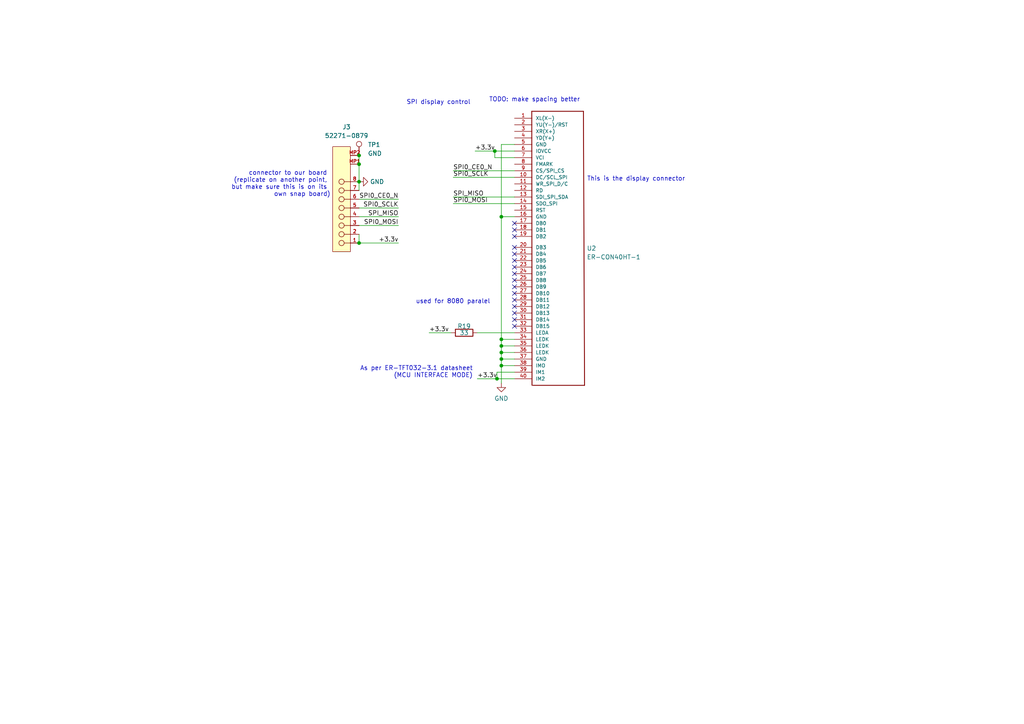
<source format=kicad_sch>
(kicad_sch (version 20210621) (generator eeschema)
  (paper "A4")
  (title_block (title "Display connector board (not part of mainboard)") (rev "indev") (comment 1 "https://github.com/cinnamondev/gamepithing"))
  (lib_symbols
    (symbol "CON40:ER-CON40HT-1" (pin_names (offset 1.016))
      (property "Reference" "U" (at 8.001 2.9972 0))
      (property "Value" "ER-CON40HT-1" (at 5.08 -80.01 0))
      (symbol "ER-CON40HT-1_0_0"
        (polyline (pts (xy 5.0038 2.0066) (xy 19.9898 2.0066)) (stroke (width 0.254)))
        (polyline (pts (xy 5.08 -77.47) (xy 5.0038 2.0066)) (stroke (width 0.254)))
        (polyline (pts (xy 19.9898 2.0066) (xy 20.32 -77.47)) (stroke (width 0.254)))
        (polyline (pts (xy 20.32 -77.47) (xy 5.334 -77.47)) (stroke (width 0.254)))
        (pin bidirectional line (at 0 0 0) (length 5.08) (name "XL(X-)") (number "1"))
        (pin bidirectional line (at 0 -17.145 0) (length 5.08) (name "DC/SCL_SPI") (number "10"))
        (pin bidirectional line (at 0 -19.05 0) (length 5.08) (name "WR_SPI_D/C") (number "11"))
        (pin bidirectional line (at 0 -20.955 0) (length 5.08) (name "RD") (number "12"))
        (pin bidirectional line (at 0 -22.86 0) (length 5.08) (name "SDI_SPI_SDA") (number "13"))
        (pin bidirectional line (at 0 -24.765 0) (length 5.08) (name "SDO_SPI") (number "14"))
        (pin bidirectional line (at 0 -26.67 0) (length 5.08) (name "RST") (number "15"))
        (pin bidirectional line (at 0 -28.575 0) (length 5.08) (name "GND") (number "16"))
        (pin bidirectional line (at 0 -30.48 0) (length 5.08) (name "DB0") (number "17"))
        (pin bidirectional line (at 0 -32.385 0) (length 5.08) (name "DB1") (number "18"))
        (pin bidirectional line (at 0 -34.29 0) (length 5.08) (name "DB2") (number "19"))
        (pin bidirectional line (at 0 -1.905 0) (length 5.08) (name "YU(Y-)/RST") (number "2"))
        (pin bidirectional line (at 0 -37.465 0) (length 5.08) (name "DB3") (number "20"))
        (pin bidirectional line (at 0 -39.37 0) (length 5.08) (name "DB4") (number "21"))
        (pin bidirectional line (at 0 -41.275 0) (length 5.08) (name "DB5") (number "22"))
        (pin bidirectional line (at 0 -43.18 0) (length 5.08) (name "DB6") (number "23"))
        (pin bidirectional line (at 0 -45.085 0) (length 5.08) (name "DB7") (number "24"))
        (pin bidirectional line (at 0 -46.99 0) (length 5.08) (name "DB8") (number "25"))
        (pin bidirectional line (at 0 -48.895 0) (length 5.08) (name "DB9") (number "26"))
        (pin bidirectional line (at 0 -50.8 0) (length 5.08) (name "DB10") (number "27"))
        (pin bidirectional line (at 0 -52.705 0) (length 5.08) (name "DB11") (number "28"))
        (pin bidirectional line (at 0 -54.61 0) (length 5.08) (name "DB12") (number "29"))
        (pin bidirectional line (at 0 -3.81 0) (length 5.08) (name "XR(X+)") (number "3"))
        (pin bidirectional line (at 0 -56.515 0) (length 5.08) (name "DB13") (number "30"))
        (pin bidirectional line (at 0 -58.42 0) (length 5.08) (name "DB14") (number "31"))
        (pin bidirectional line (at 0 -60.325 0) (length 5.08) (name "DB15") (number "32"))
        (pin bidirectional line (at 0 -62.23 0) (length 5.08) (name "LEDA") (number "33"))
        (pin bidirectional line (at 0 -64.135 0) (length 5.08) (name "LEDK") (number "34"))
        (pin bidirectional line (at 0 -66.04 0) (length 5.08) (name "LEDK") (number "35"))
        (pin bidirectional line (at 0 -67.945 0) (length 5.08) (name "LEDK") (number "36"))
        (pin bidirectional line (at 0 -69.85 0) (length 5.08) (name "GND") (number "37"))
        (pin bidirectional line (at 0 -71.755 0) (length 5.08) (name "IMO") (number "38"))
        (pin bidirectional line (at 0 -73.66 0) (length 5.08) (name "IM1") (number "39"))
        (pin bidirectional line (at 0 -5.715 0) (length 5.08) (name "YD(Y+)") (number "4"))
        (pin bidirectional line (at 0 -75.565 0) (length 5.08) (name "IM2") (number "40"))
        (pin bidirectional line (at 0 -7.62 0) (length 5.08) (name "GND") (number "5"))
        (pin bidirectional line (at 0 -9.525 0) (length 5.08) (name "IOVCC") (number "6"))
        (pin bidirectional line (at 0 -11.43 0) (length 5.08) (name "VCI") (number "7"))
        (pin bidirectional line (at 0 -13.335 0) (length 5.08) (name "FMARK") (number "8"))
        (pin bidirectional line (at 0 -15.24 0) (length 5.08) (name "CS/SPI_CS") (number "9"))
      )
    )
    (symbol "Connector:TestPoint" (pin_numbers hide) (pin_names (offset 0.762) hide)
      (property "Reference" "TP" (at 0 6.858 0))
      (property "Value" "TestPoint" (at 0 5.08 0))
      (symbol "TestPoint_0_1"
        (circle (center 0 3.302) (radius 0.762))
      )
      (symbol "TestPoint_1_1"
        (pin passive line (at 0 0 90) (length 2.54) (name "1") (number "1"))
      )
    )
    (symbol "Device:R" (pin_numbers hide) (pin_names (offset 0))
      (property "Reference" "R" (at 2.032 0 90))
      (property "Value" "R" (at 0 0 90))
      (symbol "R_0_1"
        (rectangle (start -1.016 -2.54) (end 1.016 2.54) (stroke (width 0.254)))
      )
      (symbol "R_1_1"
        (pin passive line (at 0 3.81 270) (length 1.27) (name "~") (number "1"))
        (pin passive line (at 0 -3.81 90) (length 1.27) (name "~") (number "2"))
      )
    )
    (symbol "MOLEXZIF:52271-0879" (pin_names (offset 0))
      (property "Reference" "J" (at 0 12.7 0))
      (property "Value" "52271-0879" (at 0 15.24 0))
      (symbol "52271-0879_1_1"
        (circle (center 0 7.62) (radius 0.762))
        (circle (center 2.54 7.62) (radius 0.762))
        (circle (center 5.08 7.62) (radius 0.762))
        (circle (center 7.62 7.62) (radius 0.762))
        (circle (center 10.16 7.62) (radius 0.762))
        (circle (center 12.7 7.62) (radius 0.762))
        (circle (center 15.24 7.62) (radius 0.762))
        (circle (center 17.78 7.62) (radius 0.762))
        (rectangle (start -2.54 10.16) (end 27.94 5.08) (fill (type background)))
        (polyline (pts (xy 0 5.08) (xy 0 6.858)))
        (polyline (pts (xy 2.54 5.08) (xy 2.54 6.858)))
        (polyline (pts (xy 5.08 5.08) (xy 5.08 6.858)))
        (polyline (pts (xy 7.62 5.08) (xy 7.62 6.858)))
        (polyline (pts (xy 10.16 5.08) (xy 10.16 6.858)))
        (polyline (pts (xy 12.7 5.08) (xy 12.7 6.858)))
        (polyline (pts (xy 15.24 5.08) (xy 15.24 6.858)))
        (polyline (pts (xy 17.78 5.08) (xy 17.78 6.858)))
        (pin passive line (at 0 2.54 90) (length 2.54) (name "1") (number "1"))
        (pin passive line (at 2.54 2.54 90) (length 2.54) (name "2") (number "2"))
        (pin passive line (at 5.08 2.54 90) (length 2.54) (name "3") (number "3"))
        (pin passive line (at 7.62 2.54 90) (length 2.54) (name "4") (number "4"))
        (pin passive line (at 10.16 2.54 90) (length 2.54) (name "5") (number "5"))
        (pin passive line (at 12.7 2.54 90) (length 2.54) (name "6") (number "6"))
        (pin passive line (at 15.24 2.54 90) (length 2.54) (name "7") (number "7"))
        (pin passive line (at 17.78 2.54 90) (length 2.54) (name "8") (number "8"))
        (pin passive line (at 22.86 2.54 90) (length 2.54) (name "MP1") (number "MP1"))
        (pin passive line (at 25.4 2.54 90) (length 2.54) (name "MP2") (number "MP2"))
      )
    )
    (symbol "power:GND" (power) (pin_names (offset 0))
      (property "Value" "GND" (at 0 -3.81 0))
      (symbol "GND_0_1"
        (polyline (pts (xy 0 0) (xy 0 -1.27) (xy 1.27 -1.27) (xy 0 -2.54) (xy -1.27 -1.27) (xy 0 -1.27)))
      )
      (symbol "GND_1_1"
        (pin power_in line (at 0 0 270) (length 0) hide (name "GND") (number "1"))
      )
    )
  )
  (junction (at 104.14 45.085) (diameter 0.9144))
  (junction (at 104.14 47.625) (diameter 0.9144))
  (junction (at 104.14 52.705) (diameter 0.9144))
  (junction (at 104.14 70.485) (diameter 0.9144))
  (junction (at 143.51 43.815) (diameter 0.9144))
  (junction (at 144.145 109.855) (diameter 0.9144))
  (junction (at 145.415 62.865) (diameter 0.9144))
  (junction (at 145.415 98.425) (diameter 0.9144))
  (junction (at 145.415 100.33) (diameter 0.9144))
  (junction (at 145.415 102.235) (diameter 0.9144))
  (junction (at 145.415 104.14) (diameter 0.9144))
  (junction (at 145.415 106.045) (diameter 0.9144))
  (no_connect (at 149.225 64.77))
  (no_connect (at 149.225 66.675))
  (no_connect (at 149.225 68.58))
  (no_connect (at 149.225 71.755))
  (no_connect (at 149.225 73.66))
  (no_connect (at 149.225 75.565))
  (no_connect (at 149.225 77.47))
  (no_connect (at 149.225 79.375))
  (no_connect (at 149.225 81.28))
  (no_connect (at 149.225 83.185))
  (no_connect (at 149.225 85.09))
  (no_connect (at 149.225 86.995))
  (no_connect (at 149.225 88.9))
  (no_connect (at 149.225 90.805))
  (no_connect (at 149.225 92.71))
  (no_connect (at 149.225 94.615))
  (wire (pts (xy 104.14 45.085) (xy 104.14 47.625)))
  (wire (pts (xy 104.14 47.625) (xy 104.14 52.705)))
  (wire (pts (xy 104.14 52.705) (xy 104.14 55.245)))
  (wire (pts (xy 104.14 57.785) (xy 115.57 57.785)))
  (wire (pts (xy 104.14 60.325) (xy 115.57 60.325)))
  (wire (pts (xy 104.14 62.865) (xy 115.57 62.865)))
  (wire (pts (xy 104.14 65.405) (xy 115.57 65.405)))
  (wire (pts (xy 104.14 67.945) (xy 104.14 70.485)))
  (wire (pts (xy 104.14 70.485) (xy 115.57 70.485)))
  (wire (pts (xy 124.46 96.52) (xy 130.81 96.52)))
  (wire (pts (xy 131.445 49.53) (xy 149.225 49.53)))
  (wire (pts (xy 131.445 51.435) (xy 149.225 51.435)))
  (wire (pts (xy 131.445 57.15) (xy 149.225 57.15)))
  (wire (pts (xy 131.445 59.055) (xy 149.225 59.055)))
  (wire (pts (xy 137.795 43.815) (xy 143.51 43.815)))
  (wire (pts (xy 138.43 96.52) (xy 149.225 96.52)))
  (wire (pts (xy 138.43 109.855) (xy 144.145 109.855)))
  (wire (pts (xy 143.51 43.815) (xy 149.225 43.815)))
  (wire (pts (xy 143.51 45.72) (xy 143.51 43.815)))
  (wire (pts (xy 144.145 107.95) (xy 144.145 109.855)))
  (wire (pts (xy 144.145 109.855) (xy 149.225 109.855)))
  (wire (pts (xy 145.415 41.91) (xy 149.225 41.91)))
  (wire (pts (xy 145.415 62.865) (xy 145.415 41.91)))
  (wire (pts (xy 145.415 62.865) (xy 145.415 98.425)))
  (wire (pts (xy 145.415 62.865) (xy 149.225 62.865)))
  (wire (pts (xy 145.415 98.425) (xy 145.415 100.33)))
  (wire (pts (xy 145.415 100.33) (xy 145.415 102.235)))
  (wire (pts (xy 145.415 100.33) (xy 149.225 100.33)))
  (wire (pts (xy 145.415 102.235) (xy 145.415 104.14)))
  (wire (pts (xy 145.415 102.235) (xy 149.225 102.235)))
  (wire (pts (xy 145.415 104.14) (xy 149.225 104.14)))
  (wire (pts (xy 145.415 106.045) (xy 145.415 104.14)))
  (wire (pts (xy 145.415 106.045) (xy 149.225 106.045)))
  (wire (pts (xy 145.415 111.125) (xy 145.415 106.045)))
  (wire (pts (xy 149.225 45.72) (xy 143.51 45.72)))
  (wire (pts (xy 149.225 98.425) (xy 145.415 98.425)))
  (wire (pts (xy 149.225 107.95) (xy 144.145 107.95)))
  (text "connector to our board \n(replicate on another point, \nbut make sure this is on its \nown snap board)\n" (at 95.885 57.15 0) (effects (font (size 1.27 1.27)) (justify right bottom)))
  (text "SPI display control" (at 136.525 30.48 180) (effects (font (size 1.27 1.27)) (justify right bottom)))
  (text "As per ER-TFT032-3.1 datasheet\n(MCU INTERFACE MODE)\n\n" (at 137.16 111.76 0) (effects (font (size 1.27 1.27)) (justify right bottom)))
  (text "used for 8080 paralel\n" (at 142.24 88.265 180) (effects (font (size 1.27 1.27)) (justify right bottom)))
  (text "TODO: make spacing better\n\n" (at 168.275 31.75 180) (effects (font (size 1.27 1.27)) (justify right bottom)))
  (text "This is the display connector\n" (at 198.755 52.705 180) (effects (font (size 1.27 1.27)) (justify right bottom)))
  (label "SPI0_CE0_N" (at 115.57 57.785 180))
  (label "SPI0_SCLK" (at 115.57 60.325 180))
  (label "SPI_MISO" (at 115.57 62.865 180))
  (label "SPI0_MOSI" (at 115.57 65.405 180))
  (label "+3.3v" (at 115.57 70.485 180))
  (label "+3.3v" (at 124.46 96.52 0))
  (label "SPI0_CE0_N" (at 131.445 49.53 0))
  (label "SPI0_SCLK" (at 131.445 51.435 0))
  (label "SPI_MISO" (at 131.445 57.15 0))
  (label "SPI0_MOSI" (at 131.445 59.055 0))
  (label "+3.3v" (at 137.795 43.815 0))
  (label "+3.3v" (at 138.43 109.855 0))
  (symbol (lib_id "Connector:TestPoint") (at 104.14 45.085 0) (unit 1)
    (property "Reference" "TP1" (at 106.68 41.9734 0) (effects (justify left)))
    (property "Value" "GND" (at 106.68 44.5134 0) (effects (justify left)))
    (property "Footprint" "TestPoint:TestPoint_Pad_2.0x2.0mm" (effects hide))
  )
  (symbol (lib_id "power:GND") (at 104.14 52.705 90) (unit 1)
    (property "Reference" "#PWR016" (effects hide))
    (property "Value" "GND" (at 107.315 52.7049 90) (effects (justify right)))
  )
  (symbol (lib_id "power:GND") (at 145.415 111.125 0) (unit 1)
    (property "Reference" "#PWR017" (effects hide))
    (property "Value" "GND" (at 145.415 115.57 0))
  )
  (symbol (lib_id "Device:R") (at 134.62 96.52 90) (unit 1)
    (property "Reference" "R19" (at 134.62 94.615 90))
    (property "Value" "33" (at 134.62 96.52 90))
    (property "Footprint" "Resistor_SMD:R_0805_2012Metric_Pad1.20x1.40mm_HandSolder" (effects hide))
  )
  (symbol (lib_id "MOLEXZIF:52271-0879") (at 106.68 70.485 90) (unit 1)
    (property "Reference" "J3" (at 100.5205 36.83 90))
    (property "Value" "52271-0879" (at 100.5205 39.37 90))
    (property "Footprint" "MOLEXZIF:Molex-52271-0879-Manufacturer_Recommended" (effects hide))
    (property "Datasheet" "http://www.molex.com/webdocs/datasheets/pdf/en-us/0522710879_FFC_FPC_CONNECTORS.pdf" (effects hide))
    (property "Circuits Loaded" "8" (effects hide))
    (property "Component Link 1 Description" "Manufacturer URL" (effects hide))
    (property "Component Link 1 URL" "http://www.molex.com/molex/index.jsp" (effects hide))
    (property "Component Link 3 Description" "Package Specification" (effects hide))
    (property "Component Link 3 URL" "http://www.molex.com/pdm_docs/sd/522710879_sd.pdf" (effects hide))
    (property "Contact Position" "Bottom" (effects hide))
    (property "Current Max per Contact" "0.5A" (effects hide))
    (property "Durability mating cycles max" "30" (effects hide))
    (property "Entry Angle" "90degrees Angle" (effects hide))
    (property "Mated Height" "3.00mm" (effects hide))
    (property "Material   Metal" "Phosphor Bronze" (effects hide))
    (property "Material   Plating Mating" "Tin-Bismuth" (effects hide))
    (property "Material   Plating Termination" "Tin-Bismuth" (effects hide))
    (property "Mounting Technology" "Surface Mount" (effects hide))
    (property "Number of Rows" "1" (effects hide))
    (property "Orientation" "Right Angle" (effects hide))
    (property "PCB Locator" "No" (effects hide))
    (property "PCB Retention" "Yes" (effects hide))
    (property "Package Description" "8-Lead FPC Connector, Pitch 1.0 mm" (effects hide))
    (property "Package Version" "Rev. B, 04/2004" (effects hide))
    (property "Packing" "Tape and Reel" (effects hide))
    (property "Pitch   Mating Interface" "1.00mm" (effects hide))
    (property "Pitch   Termination Interface" "1.00mm" (effects hide))
    (property "Polarized to PCB" "Yes" (effects hide))
    (property "Stackable" "No" (effects hide))
    (property "Voltage Max" "50V AC (RMS)/DC" (effects hide))
    (property "category" "Conn" (effects hide))
    (property "ciiva ids" "605436" (effects hide))
    (property "library id" "218fbb3e1d45b5e3" (effects hide))
    (property "manufacturer" "Molex" (effects hide))
    (property "package" "52271-0879" (effects hide))
    (property "release date" "1411372468" (effects hide))
    (property "rohs" "Yes" (effects hide))
    (property "vault revision" "B8D0B5D1-BD2E-4A74-BF2B-C0B6D1E0611E" (effects hide))
    (property "imported" "yes" (effects hide))
  )
  (symbol (lib_id "CON40:ER-CON40HT-1") (at 149.225 34.29 0) (unit 1)
    (property "Reference" "U2" (at 170.18 72.0216 0) (effects (justify left)))
    (property "Value" "ER-CON40HT-1" (at 170.18 74.5616 0) (effects (justify left)))
    (property "Footprint" "ER-CON40HT-1:ER-CON40HT-1" (effects hide))
  )
)
</source>
